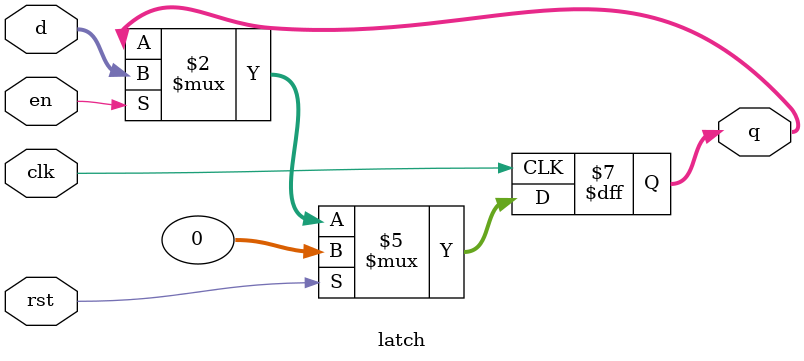
<source format=sv>

module latch #(width = 32)
(  
    input clk,
    input logic [width-1:0] d,         
    input logic en,      
    input logic rst,       
    output logic [width-1:0] q
);     
        
    always @ (posedge clk) 
    begin
        if (rst) begin
            q <= 0; 
        end 
        else  begin
            if (en)  
                q <= d;  
        end
    end
endmodule : latch
</source>
